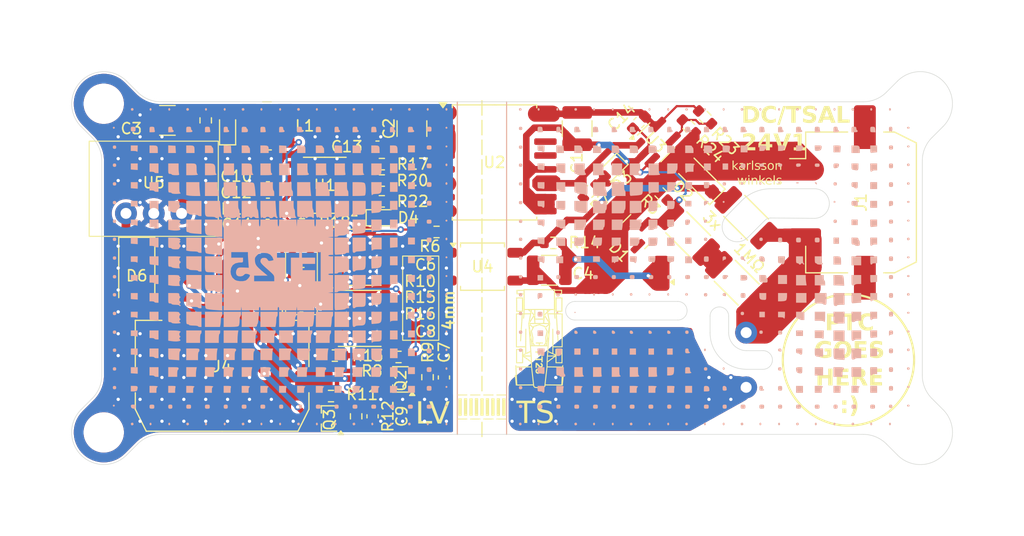
<source format=kicad_pcb>
(kicad_pcb
	(version 20241229)
	(generator "pcbnew")
	(generator_version "9.0")
	(general
		(thickness 1.6)
		(legacy_teardrops no)
	)
	(paper "A5")
	(title_block
		(title "Discharge Circuit")
		(date "2024-11-10")
		(rev "V1")
		(comment 1 "Karlsson Winkels")
	)
	(layers
		(0 "F.Cu" signal)
		(2 "B.Cu" signal)
		(9 "F.Adhes" user "F.Adhesive")
		(11 "B.Adhes" user "B.Adhesive")
		(13 "F.Paste" user)
		(15 "B.Paste" user)
		(5 "F.SilkS" user "F.Silkscreen")
		(7 "B.SilkS" user "B.Silkscreen")
		(1 "F.Mask" user)
		(3 "B.Mask" user)
		(17 "Dwgs.User" user "User.Drawings")
		(19 "Cmts.User" user "User.Comments")
		(21 "Eco1.User" user "User.Eco1")
		(23 "Eco2.User" user "User.Eco2")
		(25 "Edge.Cuts" user)
		(27 "Margin" user)
		(31 "F.CrtYd" user "F.Courtyard")
		(29 "B.CrtYd" user "B.Courtyard")
		(35 "F.Fab" user)
		(33 "B.Fab" user)
		(39 "User.1" user)
		(41 "User.2" user)
		(43 "User.3" user)
		(45 "User.4" user)
		(47 "User.5" user)
		(49 "User.6" user)
		(51 "User.7" user)
		(53 "User.8" user)
		(55 "User.9" user)
	)
	(setup
		(stackup
			(layer "F.SilkS"
				(type "Top Silk Screen")
				(color "White")
			)
			(layer "F.Paste"
				(type "Top Solder Paste")
			)
			(layer "F.Mask"
				(type "Top Solder Mask")
				(color "Black")
				(thickness 0.01)
			)
			(layer "F.Cu"
				(type "copper")
				(thickness 0.035)
			)
			(layer "dielectric 1"
				(type "core")
				(color "FR4 natural")
				(thickness 1.51)
				(material "FR4")
				(epsilon_r 4.5)
				(loss_tangent 0.02)
			)
			(layer "B.Cu"
				(type "copper")
				(thickness 0.035)
			)
			(layer "B.Mask"
				(type "Bottom Solder Mask")
				(color "Black")
				(thickness 0.01)
			)
			(layer "B.Paste"
				(type "Bottom Solder Paste")
			)
			(layer "B.SilkS"
				(type "Bottom Silk Screen")
				(color "White")
			)
			(copper_finish "None")
			(dielectric_constraints no)
		)
		(pad_to_mask_clearance 0)
		(allow_soldermask_bridges_in_footprints no)
		(tenting front back)
		(pcbplotparams
			(layerselection 0x00000000_00000000_55555555_5755f5ff)
			(plot_on_all_layers_selection 0x00000000_00000000_00000000_00000000)
			(disableapertmacros no)
			(usegerberextensions no)
			(usegerberattributes yes)
			(usegerberadvancedattributes yes)
			(creategerberjobfile yes)
			(dashed_line_dash_ratio 12.000000)
			(dashed_line_gap_ratio 3.000000)
			(svgprecision 4)
			(plotframeref no)
			(mode 1)
			(useauxorigin no)
			(hpglpennumber 1)
			(hpglpenspeed 20)
			(hpglpendiameter 15.000000)
			(pdf_front_fp_property_popups yes)
			(pdf_back_fp_property_popups yes)
			(pdf_metadata yes)
			(pdf_single_document no)
			(dxfpolygonmode yes)
			(dxfimperialunits yes)
			(dxfusepcbnewfont yes)
			(psnegative no)
			(psa4output no)
			(plot_black_and_white yes)
			(sketchpadsonfab no)
			(plotpadnumbers no)
			(hidednponfab no)
			(sketchdnponfab yes)
			(crossoutdnponfab yes)
			(subtractmaskfromsilk no)
			(outputformat 4)
			(mirror no)
			(drillshape 0)
			(scaleselection 1)
			(outputdirectory "gerber/")
		)
	)
	(net 0 "")
	(net 1 "HV-")
	(net 2 "GND")
	(net 3 "Net-(Q1-G)")
	(net 4 "+BATT")
	(net 5 "/RED_EN")
	(net 6 "/RED_Low")
	(net 7 "/GREEN_EN")
	(net 8 "/GREEN_Low")
	(net 9 "Net-(U1-CV)")
	(net 10 "/TRIG")
	(net 11 "/TS_Active")
	(net 12 "/Vdiv")
	(net 13 "Net-(D2-K)")
	(net 14 "Net-(D3-A)")
	(net 15 "Net-(D4-A)")
	(net 16 "HV+")
	(net 17 "/TS_OFF")
	(net 18 "/SDC")
	(net 19 "/RED_High")
	(net 20 "/GREEN_High")
	(net 21 "Net-(Q1-D)")
	(net 22 "Net-(Q2-G)")
	(net 23 "Net-(Q3-G)")
	(net 24 "Net-(R1-Pad1)")
	(net 25 "Net-(R6-Pad2)")
	(net 26 "/TS>60V")
	(net 27 "Net-(U6-ISET)")
	(net 28 "Net-(U7-ISET)")
	(net 29 "Net-(U1-DIS)")
	(net 30 "unconnected-(U2-OUTC-Pad5)")
	(net 31 "unconnected-(U2-OUTB-Pad13)")
	(net 32 "unconnected-(U2-OUTA-Pad14)")
	(net 33 "unconnected-(U2-NC-Pad7)")
	(net 34 "+3V3_HV")
	(net 35 "Net-(D5-A)")
	(net 36 "/Vref")
	(net 37 "Net-(D6-A)")
	(net 38 "+5V")
	(net 39 "unconnected-(D1-NC-Pad2)")
	(net 40 "unconnected-(J1-PadMP)")
	(net 41 "unconnected-(J1-PadMP)_1")
	(net 42 "Net-(U5-Vout)")
	(net 43 "Net-(U1-R)")
	(footprint "Capacitor_SMD:C_0603_1608Metric" (layer "F.Cu") (at 90.475 70.34 180))
	(footprint "Capacitor_SMD:C_0603_1608Metric" (layer "F.Cu") (at 121.33 53.54 -135))
	(footprint "Connector_Molex:Molex_Micro-Fit_3.0_43045-0810_2x04-1MP_P3.00mm_Horizontal" (layer "F.Cu") (at 83.23 69.255 180))
	(footprint "Resistor_SMD:R_0603_1608Metric" (layer "F.Cu") (at 93.53 74.84 180))
	(footprint "Resistor_SMD:R_0603_1608Metric" (layer "F.Cu") (at 97.8275 60.74 180))
	(footprint "Package_TO_SOT_SMD:TO-263-2" (layer "F.Cu") (at 120.83 75.515 -90))
	(footprint "Resistor_SMD:R_0603_1608Metric" (layer "F.Cu") (at 99.355 74.965 180))
	(footprint "Resistor_SMD:R_0603_1608Metric" (layer "F.Cu") (at 125.886572 53.889243 -45))
	(footprint "Resistor_SMD:R_2010_5025Metric" (layer "F.Cu") (at 125.835552 63.745552 -45))
	(footprint "Resistor_SMD:R_0603_1608Metric" (layer "F.Cu") (at 95.48 80.39 90))
	(footprint "Resistor_SMD:R_0603_1608Metric" (layer "F.Cu") (at 123.33 60.04 135))
	(footprint "Package_SO:SOIC-8_3.9x4.9mm_P1.27mm" (layer "F.Cu") (at 92.615 59.275 180))
	(footprint "Resistor_SMD:R_0603_1608Metric" (layer "F.Cu") (at 93.18 78.54 180))
	(footprint "Resistor_SMD:R_0603_1608Metric" (layer "F.Cu") (at 127.372275 53.060411 -45))
	(footprint "Package_SO:HSOP-8-1EP_3.9x4.9mm_P1.27mm_EP2.41x3.1mm_ThermalVias" (layer "F.Cu") (at 95.805 71.44))
	(footprint "Resistor_SMD:R_0603_1608Metric" (layer "F.Cu") (at 90.48 65.84))
	(footprint "Capacitor_SMD:C_0603_1608Metric" (layer "F.Cu") (at 103.505 76.84 -90))
	(footprint "Resistor_SMD:R_2010_5025Metric" (layer "F.Cu") (at 130.265184 68.175184 -45))
	(footprint "Capacitor_SMD:C_1210_3225Metric" (layer "F.Cu") (at 115.68 54.09 -90))
	(footprint "LED_SMD:LED_0603_1608Metric" (layer "F.Cu") (at 118.773153 57.896847 -135))
	(footprint "Package_TO_SOT_SMD:SOT-323_SC-70" (layer "F.Cu") (at 99.555 77.015 180))
	(footprint "Connector_PinHeader_2.54mm:PinHeader_1x02_P2.54mm_Vertical" (layer "F.Cu") (at 131.13 75.24))
	(footprint "Capacitor_SMD:C_1210_3225Metric" (layer "F.Cu") (at 100.58 54.09 -90))
	(footprint "Package_TO_SOT_SMD:SOT-23-5_HandSoldering" (layer "F.Cu") (at 122.83 55.34 45))
	(footprint "Resistor_SMD:R_0603_1608Metric" (layer "F.Cu") (at 90.48 67.305))
	(footprint "Package_SO:SOP-4_3.8x4.1mm_P2.54mm" (layer "F.Cu") (at 107.03 66.71))
	(footprint "Connector_Molex:Molex_Micro-Fit_3.0_43650-0310_1x03-1MP_P3.00mm_Horizontal" (layer "F.Cu") (at 141.63 60.84 -90))
	(footprint "Package_TO_SOT_SMD:SOT-323_SC-70" (layer "F.Cu") (at 93.03 80.59 180))
	(footprint "MountingHole:MountingHole_3.2mm_M3" (layer "F.Cu") (at 72.40868 51.81868 180))
	(footprint "Resistor_SMD:R_0603_1608Metric" (layer "F.Cu") (at 90.475 68.84 180))
	(footprint "Capacitor_SMD:C_0603_1608Metric" (layer "F.Cu") (at 87.415 59.94 180))
	(footprint "MountingHole:MountingHole_3.2mm_M3" (layer "F.Cu") (at 147.05132 81.86132))
	(footprint "Resistor_SMD:R_0603_1608Metric" (layer "F.Cu") (at 97.83 57.34 180))
	(footprint "Resistor_SMD:R_0603_1608Metric" (layer "F.Cu") (at 81.73 53.34 -90))
	(footprint "Resistor_SMD:R_0603_1608Metric" (layer "F.Cu") (at 87.415 61.44 180))
	(footprint "Capacitor_SMD:C_0603_1608Metric" (layer "F.Cu") (at 96.98 80.39 -90))
	(footprint "Diode_SMD:D_SOD-123" (layer "F.Cu") (at 126.83 58.665 135))
	(footprint "MountingHole:MountingHole_3.2mm_M3" (layer "F.Cu") (at 72.40868 81.86132 -90))
	(footprint "Resistor_SMD:R_0603_1608Metric" (layer "F.Cu") (at 116.83 59.84 45))
	(footprint "Package_SO:SOIC-16W_7.5x10.3mm_P1.27mm" (layer "F.Cu") (at 108.13 57.185))
	(footprint "Diode_SMD:D_SMA" (layer "F.Cu") (at 75.43 67.54 -90))
	(footprint "LED_SMD:LED_0603_1608Metric"
		(layer "F.Cu")
		(uuid "a7d759d1-9c33-48ad-a53e-561af09c6711")
		(at 83.73 54.09 90)
		(descr "LED SMD 0603 (1608 Metric), square (rectangular) end terminal, IPC_7351 nominal, (Body size source: http://www
... [921630 chars truncated]
</source>
